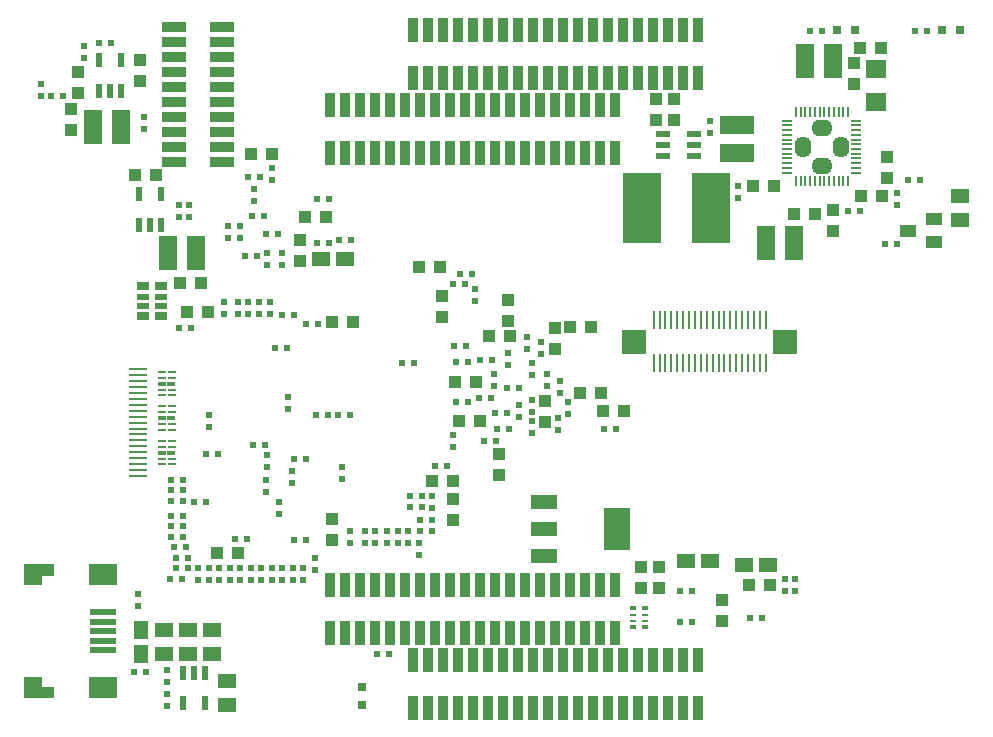
<source format=gbr>
%TF.GenerationSoftware,KiCad,Pcbnew,5.1.6-c6e7f7d~87~ubuntu18.04.1*%
%TF.CreationDate,2021-10-07T16:54:21+03:00*%
%TF.ProjectId,STMP157-OLinuXino-LIME2_Rev_B1,53544d50-3135-4372-9d4f-4c696e755869,B1*%
%TF.SameCoordinates,Original*%
%TF.FileFunction,Paste,Top*%
%TF.FilePolarity,Positive*%
%FSLAX46Y46*%
G04 Gerber Fmt 4.6, Leading zero omitted, Abs format (unit mm)*
G04 Created by KiCad (PCBNEW 5.1.6-c6e7f7d~87~ubuntu18.04.1) date 2021-10-07 16:54:21*
%MOMM*%
%LPD*%
G01*
G04 APERTURE LIST*
%ADD10C,0.100000*%
%ADD11R,0.230000X1.600000*%
%ADD12R,2.000000X2.000000*%
%ADD13R,2.000000X0.900000*%
%ADD14R,0.900000X2.000000*%
%ADD15O,1.800000X1.400000*%
%ADD16O,1.400000X1.800000*%
%ADD17R,0.211000X0.811000*%
%ADD18R,0.811000X0.211000*%
%ADD19R,0.500000X0.550000*%
%ADD20R,1.524000X1.270000*%
%ADD21R,0.550000X0.500000*%
%ADD22R,1.016000X1.016000*%
%ADD23R,0.550000X1.200000*%
%ADD24R,2.250000X0.500000*%
%ADD25R,1.580000X0.230000*%
%ADD26R,0.800000X0.800000*%
%ADD27R,3.200000X6.000000*%
%ADD28R,1.600000X3.000000*%
%ADD29R,1.270000X1.524000*%
%ADD30R,1.016000X0.762000*%
%ADD31R,1.016000X0.508000*%
%ADD32R,0.605000X0.305000*%
%ADD33R,0.605000X0.230000*%
%ADD34R,0.675000X0.200000*%
%ADD35R,0.775000X0.300000*%
%ADD36R,1.200000X0.550000*%
%ADD37R,2.235200X1.219200*%
%ADD38R,2.200000X3.600000*%
%ADD39R,3.000000X1.600000*%
%ADD40R,1.400000X1.000000*%
%ADD41R,1.778000X1.524000*%
G04 APERTURE END LIST*
D10*
%TO.C,USB-OTG1*%
G36*
X104208000Y-88280000D02*
G01*
X103198000Y-88280000D01*
X103198000Y-89280000D01*
X104208000Y-89280000D01*
X104208000Y-88280000D01*
G37*
G36*
X103198000Y-88280000D02*
G01*
X101728000Y-88280000D01*
X101728000Y-90110000D01*
X103198000Y-90110000D01*
X103198000Y-88280000D01*
G37*
G36*
X109548000Y-88280000D02*
G01*
X107198000Y-88280000D01*
X107198000Y-90080000D01*
X109548000Y-90080000D01*
X109548000Y-88280000D01*
G37*
G36*
X109548000Y-97880000D02*
G01*
X107198000Y-97880000D01*
X107198000Y-99680000D01*
X109548000Y-99680000D01*
X109548000Y-97880000D01*
G37*
G36*
X104208000Y-98680000D02*
G01*
X103198000Y-98680000D01*
X103198000Y-99680000D01*
X104208000Y-99680000D01*
X104208000Y-98680000D01*
G37*
G36*
X103198000Y-97850000D02*
G01*
X101728000Y-97850000D01*
X101728000Y-99680000D01*
X103198000Y-99680000D01*
X103198000Y-97850000D01*
G37*
%TD*%
D11*
%TO.C,Flash_Con1*%
X155016000Y-71269000D03*
X161016000Y-71269000D03*
X162516000Y-67669000D03*
X161016000Y-67669000D03*
X160016000Y-67669000D03*
X160516000Y-71269000D03*
X162016000Y-67669000D03*
X159016000Y-67669000D03*
X157016000Y-71269000D03*
X155516000Y-71269000D03*
X156016000Y-71269000D03*
X164016000Y-67669000D03*
X159016000Y-71269000D03*
X156516000Y-71269000D03*
X156016000Y-67669000D03*
X162016000Y-71269000D03*
X163516000Y-67669000D03*
X164516000Y-71269000D03*
X163516000Y-71269000D03*
X157516000Y-71269000D03*
X158516000Y-71269000D03*
X157516000Y-67669000D03*
X159516000Y-67669000D03*
X163016000Y-67669000D03*
X158016000Y-71269000D03*
X161516000Y-67669000D03*
X164016000Y-71269000D03*
X163016000Y-71269000D03*
X162516000Y-71269000D03*
X157016000Y-67669000D03*
X155016000Y-67669000D03*
X159516000Y-71269000D03*
X160516000Y-67669000D03*
X161516000Y-71269000D03*
X164516000Y-67669000D03*
X158016000Y-67669000D03*
X156516000Y-67669000D03*
X155516000Y-67669000D03*
X158516000Y-67669000D03*
X160016000Y-71269000D03*
D12*
X166166000Y-69469000D03*
X153366000Y-69469000D03*
%TD*%
D13*
%TO.C,GPIO4*%
X118491000Y-54229000D03*
X114427000Y-54229000D03*
X118491000Y-52959000D03*
X114427000Y-52959000D03*
X118491000Y-51689000D03*
X114427000Y-51689000D03*
X118491000Y-50419000D03*
X114427000Y-50419000D03*
X118491000Y-49149000D03*
X114427000Y-49149000D03*
X118491000Y-47879000D03*
X114427000Y-47879000D03*
X118491000Y-46609000D03*
X114427000Y-46609000D03*
X118491000Y-45339000D03*
X114427000Y-45339000D03*
X118491000Y-44069000D03*
X114427000Y-44069000D03*
X118491000Y-42799000D03*
X114427000Y-42799000D03*
%TD*%
D14*
%TO.C,GPIO-1*%
X139065000Y-49403000D03*
X139065000Y-53467000D03*
X137795000Y-49403000D03*
X137795000Y-53467000D03*
X136525000Y-49403000D03*
X136525000Y-53467000D03*
X135255000Y-49403000D03*
X135255000Y-53467000D03*
X133985000Y-49403000D03*
X133985000Y-53467000D03*
X132715000Y-49403000D03*
X132715000Y-53467000D03*
X131445000Y-49403000D03*
X131445000Y-53467000D03*
X130175000Y-49403000D03*
X130175000Y-53467000D03*
X128905000Y-49403000D03*
X128905000Y-53467000D03*
X127635000Y-49403000D03*
X127635000Y-53467000D03*
X140335000Y-53467000D03*
X140335000Y-49403000D03*
X141605000Y-53467000D03*
X141605000Y-49403000D03*
X142875000Y-53467000D03*
X142875000Y-49403000D03*
X144145000Y-53467000D03*
X144145000Y-49403000D03*
X145415000Y-53467000D03*
X145415000Y-49403000D03*
X146685000Y-53467000D03*
X146685000Y-49403000D03*
X147955000Y-53467000D03*
X147955000Y-49403000D03*
X149225000Y-53467000D03*
X149225000Y-49403000D03*
X150495000Y-53467000D03*
X150495000Y-49403000D03*
X151765000Y-53467000D03*
X151765000Y-49403000D03*
%TD*%
%TO.C,GPIO-2*%
X151765000Y-90043000D03*
X151765000Y-94107000D03*
X150495000Y-90043000D03*
X150495000Y-94107000D03*
X149225000Y-90043000D03*
X149225000Y-94107000D03*
X147955000Y-90043000D03*
X147955000Y-94107000D03*
X146685000Y-90043000D03*
X146685000Y-94107000D03*
X145415000Y-90043000D03*
X145415000Y-94107000D03*
X144145000Y-90043000D03*
X144145000Y-94107000D03*
X142875000Y-90043000D03*
X142875000Y-94107000D03*
X141605000Y-90043000D03*
X141605000Y-94107000D03*
X140335000Y-90043000D03*
X140335000Y-94107000D03*
X127635000Y-94107000D03*
X127635000Y-90043000D03*
X128905000Y-94107000D03*
X128905000Y-90043000D03*
X130175000Y-94107000D03*
X130175000Y-90043000D03*
X131445000Y-94107000D03*
X131445000Y-90043000D03*
X132715000Y-94107000D03*
X132715000Y-90043000D03*
X133985000Y-94107000D03*
X133985000Y-90043000D03*
X135255000Y-94107000D03*
X135255000Y-90043000D03*
X136525000Y-94107000D03*
X136525000Y-90043000D03*
X137795000Y-94107000D03*
X137795000Y-90043000D03*
X139065000Y-94107000D03*
X139065000Y-90043000D03*
%TD*%
D15*
%TO.C,U18*%
X169269000Y-54559000D03*
X169269000Y-51359000D03*
D16*
X170869000Y-52959000D03*
X167669000Y-52959000D03*
D17*
X167069000Y-50039000D03*
X167469000Y-50039000D03*
X167869000Y-50039000D03*
X168269000Y-50039000D03*
X168669000Y-50039000D03*
X169069000Y-50039000D03*
X169469000Y-50039000D03*
X169869000Y-50039000D03*
X170269000Y-50039000D03*
X170669000Y-50039000D03*
X171069000Y-50039000D03*
X171469000Y-50039000D03*
D18*
X172189000Y-50759000D03*
X172189000Y-51159000D03*
X172189000Y-51559000D03*
X172189000Y-51959000D03*
X172189000Y-52359000D03*
X172189000Y-52759000D03*
X172189000Y-53159000D03*
X172189000Y-53559000D03*
X172189000Y-53959000D03*
X172189000Y-54359000D03*
X172189000Y-54759000D03*
X172189000Y-55159000D03*
D17*
X171469000Y-55879000D03*
X171069000Y-55879000D03*
X170669000Y-55879000D03*
X170269000Y-55879000D03*
X169869000Y-55879000D03*
X169469000Y-55879000D03*
X169069000Y-55879000D03*
X168669000Y-55879000D03*
X168269000Y-55879000D03*
X167869000Y-55879000D03*
X167469000Y-55879000D03*
X167069000Y-55879000D03*
D18*
X166349000Y-55159000D03*
X166349000Y-54759000D03*
X166349000Y-54359000D03*
X166349000Y-53959000D03*
X166349000Y-53559000D03*
X166349000Y-53159000D03*
X166349000Y-52759000D03*
X166349000Y-52359000D03*
X166349000Y-51959000D03*
X166349000Y-51559000D03*
X166349000Y-51159000D03*
X166349000Y-50759000D03*
%TD*%
D19*
%TO.C,R130*%
X112014000Y-97409000D03*
X110998000Y-97409000D03*
%TD*%
D20*
%TO.C,L7*%
X126873000Y-62484000D03*
X128905000Y-62484000D03*
%TD*%
D21*
%TO.C,C13*%
X133350000Y-85471000D03*
X133350000Y-86487000D03*
%TD*%
D22*
%TO.C,C90*%
X156718000Y-50673000D03*
X156718000Y-48895000D03*
%TD*%
D23*
%TO.C,U12*%
X115128000Y-100106000D03*
X117028000Y-100106000D03*
X115128000Y-97506000D03*
X116078000Y-97506000D03*
X117028000Y-97506000D03*
%TD*%
D24*
%TO.C,USB-OTG1*%
X108370000Y-92380000D03*
X108370000Y-93180000D03*
X108370000Y-93980000D03*
X108370000Y-94780000D03*
X108370000Y-95580000D03*
%TD*%
D21*
%TO.C,R18*%
X117348000Y-89662000D03*
X117348000Y-88646000D03*
%TD*%
%TO.C,C75*%
X122301000Y-61976000D03*
X122301000Y-62992000D03*
%TD*%
D19*
%TO.C,C78*%
X120650000Y-55499000D03*
X121666000Y-55499000D03*
%TD*%
D22*
%TO.C,C79*%
X125476000Y-58928000D03*
X127254000Y-58928000D03*
%TD*%
D21*
%TO.C,C80*%
X122682000Y-55753000D03*
X122682000Y-54737000D03*
%TD*%
D19*
%TO.C,C82*%
X122174000Y-60325000D03*
X123190000Y-60325000D03*
%TD*%
D21*
%TO.C,C83*%
X121158000Y-56515000D03*
X121158000Y-57531000D03*
%TD*%
D19*
%TO.C,C84*%
X121031000Y-58801000D03*
X122047000Y-58801000D03*
%TD*%
%TO.C,C85*%
X118999000Y-60706000D03*
X120015000Y-60706000D03*
%TD*%
%TO.C,R87*%
X120015000Y-59690000D03*
X118999000Y-59690000D03*
%TD*%
D20*
%TO.C,C87*%
X180975000Y-59182000D03*
X180975000Y-57150000D03*
%TD*%
D25*
%TO.C,HDMI1*%
X111341000Y-71827000D03*
X111341000Y-72327000D03*
X111341000Y-72827000D03*
X111341000Y-73327000D03*
X111341000Y-73827000D03*
X111341000Y-74327000D03*
X111341000Y-74827000D03*
X111341000Y-75327000D03*
X111341000Y-75827000D03*
X111341000Y-76327000D03*
X111341000Y-76827000D03*
X111341000Y-77327000D03*
X111341000Y-77827000D03*
X111341000Y-78327000D03*
X111341000Y-78827000D03*
X111341000Y-79327000D03*
X111341000Y-79827000D03*
X111341000Y-80327000D03*
X111341000Y-80827000D03*
%TD*%
D22*
%TO.C,C1*%
X138049000Y-84582000D03*
X138049000Y-82804000D03*
%TD*%
%TO.C,C2*%
X137989000Y-81300000D03*
X136211000Y-81300000D03*
%TD*%
D19*
%TO.C,C3*%
X138292000Y-71200000D03*
X139308000Y-71200000D03*
%TD*%
D22*
%TO.C,C4*%
X138211000Y-72900000D03*
X139989000Y-72900000D03*
%TD*%
D21*
%TO.C,C5*%
X138000000Y-78408000D03*
X138000000Y-77392000D03*
%TD*%
D22*
%TO.C,C6*%
X137100000Y-67399000D03*
X137100000Y-65621000D03*
%TD*%
D19*
%TO.C,C7*%
X139108000Y-69800000D03*
X138092000Y-69800000D03*
%TD*%
%TO.C,C8*%
X137558000Y-80000000D03*
X136542000Y-80000000D03*
%TD*%
%TO.C,C9*%
X135255000Y-84582000D03*
X136271000Y-84582000D03*
%TD*%
D21*
%TO.C,C10*%
X136271000Y-82550000D03*
X136271000Y-83566000D03*
%TD*%
D19*
%TO.C,C11*%
X134366000Y-82550000D03*
X135382000Y-82550000D03*
%TD*%
D21*
%TO.C,C12*%
X130556000Y-86487000D03*
X130556000Y-85471000D03*
%TD*%
%TO.C,C14*%
X119800000Y-67108000D03*
X119800000Y-66092000D03*
%TD*%
%TO.C,C15*%
X118600000Y-67108000D03*
X118600000Y-66092000D03*
%TD*%
D19*
%TO.C,C16*%
X124608000Y-67200000D03*
X123592000Y-67200000D03*
%TD*%
%TO.C,C17*%
X124008000Y-69977000D03*
X122992000Y-69977000D03*
%TD*%
%TO.C,C18*%
X127408000Y-75700000D03*
X126392000Y-75700000D03*
%TD*%
D21*
%TO.C,C19*%
X117400000Y-75692000D03*
X117400000Y-76708000D03*
%TD*%
D19*
%TO.C,C20*%
X128292000Y-75700000D03*
X129308000Y-75700000D03*
%TD*%
D21*
%TO.C,C21*%
X124100000Y-75208000D03*
X124100000Y-74192000D03*
%TD*%
D19*
%TO.C,C22*%
X126608000Y-68000000D03*
X125592000Y-68000000D03*
%TD*%
D22*
%TO.C,C23*%
X117289000Y-67000000D03*
X115511000Y-67000000D03*
%TD*%
%TO.C,C24*%
X129589000Y-67800000D03*
X127811000Y-67800000D03*
%TD*%
D21*
%TO.C,C25*%
X126365000Y-88773000D03*
X126365000Y-87757000D03*
%TD*%
D19*
%TO.C,C26*%
X117092000Y-79000000D03*
X118108000Y-79000000D03*
%TD*%
%TO.C,C27*%
X124592000Y-86300000D03*
X125608000Y-86300000D03*
%TD*%
D21*
%TO.C,C28*%
X129300000Y-86508000D03*
X129300000Y-85492000D03*
%TD*%
%TO.C,C29*%
X122200000Y-82208000D03*
X122200000Y-81192000D03*
%TD*%
D19*
%TO.C,C30*%
X119592000Y-86200000D03*
X120608000Y-86200000D03*
%TD*%
%TO.C,C31*%
X125608000Y-79375000D03*
X124592000Y-79375000D03*
%TD*%
D21*
%TO.C,C32*%
X124400000Y-80392000D03*
X124400000Y-81408000D03*
%TD*%
%TO.C,C33*%
X128600000Y-81108000D03*
X128600000Y-80092000D03*
%TD*%
D22*
%TO.C,C34*%
X119789000Y-87376000D03*
X118011000Y-87376000D03*
%TD*%
%TO.C,C35*%
X127800000Y-86289000D03*
X127800000Y-84511000D03*
%TD*%
D19*
%TO.C,C36*%
X115189000Y-85979000D03*
X114173000Y-85979000D03*
%TD*%
%TO.C,C37*%
X115062000Y-89535000D03*
X114046000Y-89535000D03*
%TD*%
D21*
%TO.C,C38*%
X119126000Y-89662000D03*
X119126000Y-88646000D03*
%TD*%
%TO.C,C39*%
X125349000Y-89662000D03*
X125349000Y-88646000D03*
%TD*%
D19*
%TO.C,C41*%
X151808000Y-76900000D03*
X150792000Y-76900000D03*
%TD*%
D22*
%TO.C,C47*%
X155448000Y-90297000D03*
X155448000Y-88519000D03*
%TD*%
%TO.C,C52*%
X164846000Y-90043000D03*
X163068000Y-90043000D03*
%TD*%
D19*
%TO.C,C55*%
X164211000Y-92837000D03*
X163195000Y-92837000D03*
%TD*%
%TO.C,C56*%
X158242000Y-93218000D03*
X157226000Y-93218000D03*
%TD*%
%TO.C,C57*%
X158242000Y-90551000D03*
X157226000Y-90551000D03*
%TD*%
D22*
%TO.C,C64*%
X160782000Y-91313000D03*
X160782000Y-93091000D03*
%TD*%
D21*
%TO.C,C69*%
X166116000Y-90551000D03*
X166116000Y-89535000D03*
%TD*%
%TO.C,C70*%
X167005000Y-89535000D03*
X167005000Y-90551000D03*
%TD*%
D22*
%TO.C,C72*%
X125095000Y-62611000D03*
X125095000Y-60833000D03*
%TD*%
D19*
%TO.C,C73*%
X121412000Y-62230000D03*
X120396000Y-62230000D03*
%TD*%
D21*
%TO.C,C74*%
X123571000Y-61976000D03*
X123571000Y-62992000D03*
%TD*%
D22*
%TO.C,C76*%
X122682000Y-53594000D03*
X120904000Y-53594000D03*
%TD*%
D19*
%TO.C,C77*%
X126492000Y-61087000D03*
X127508000Y-61087000D03*
%TD*%
%TO.C,C81*%
X127508000Y-57404000D03*
X126492000Y-57404000D03*
%TD*%
D22*
%TO.C,C86*%
X170180000Y-60071000D03*
X170180000Y-58293000D03*
%TD*%
%TO.C,C91*%
X155194000Y-48895000D03*
X155194000Y-50673000D03*
%TD*%
%TO.C,C95*%
X172593000Y-57150000D03*
X174371000Y-57150000D03*
%TD*%
%TO.C,C101*%
X106299000Y-48387000D03*
X106299000Y-46609000D03*
%TD*%
%TO.C,C102*%
X116713000Y-64516000D03*
X114935000Y-64516000D03*
%TD*%
%TO.C,C103*%
X105664000Y-51562000D03*
X105664000Y-49784000D03*
%TD*%
%TO.C,C106*%
X172466000Y-44577000D03*
X174244000Y-44577000D03*
%TD*%
%TO.C,C108*%
X174752000Y-55626000D03*
X174752000Y-53848000D03*
%TD*%
%TO.C,C109*%
X165227000Y-56261000D03*
X163449000Y-56261000D03*
%TD*%
%TO.C,C112*%
X171958000Y-45847000D03*
X171958000Y-47625000D03*
%TD*%
%TO.C,C135*%
X142700000Y-67739000D03*
X142700000Y-65961000D03*
%TD*%
%TO.C,C137*%
X138511000Y-76200000D03*
X140289000Y-76200000D03*
%TD*%
%TO.C,C138*%
X141111000Y-69000000D03*
X142889000Y-69000000D03*
%TD*%
%TO.C,C139*%
X146700000Y-70089000D03*
X146700000Y-68311000D03*
%TD*%
D21*
%TO.C,C140*%
X145500000Y-69492000D03*
X145500000Y-70508000D03*
%TD*%
%TO.C,C141*%
X141500000Y-73208000D03*
X141500000Y-72192000D03*
%TD*%
D19*
%TO.C,C142*%
X142592000Y-73400000D03*
X143608000Y-73400000D03*
%TD*%
%TO.C,C143*%
X141208000Y-74200000D03*
X140192000Y-74200000D03*
%TD*%
%TO.C,C144*%
X142608000Y-75500000D03*
X141592000Y-75500000D03*
%TD*%
%TO.C,C145*%
X140292000Y-71000000D03*
X141308000Y-71000000D03*
%TD*%
D21*
%TO.C,C146*%
X144700000Y-72308000D03*
X144700000Y-71292000D03*
%TD*%
D22*
%TO.C,C147*%
X149689000Y-68200000D03*
X147911000Y-68200000D03*
%TD*%
%TO.C,C148*%
X141900000Y-79011000D03*
X141900000Y-80789000D03*
%TD*%
%TO.C,C149*%
X150589000Y-73800000D03*
X148811000Y-73800000D03*
%TD*%
%TO.C,C150*%
X145850000Y-74511000D03*
X145850000Y-76289000D03*
%TD*%
D21*
%TO.C,C151*%
X143600000Y-75808000D03*
X143600000Y-74792000D03*
%TD*%
D19*
%TO.C,C152*%
X142808000Y-76900000D03*
X141792000Y-76900000D03*
%TD*%
D21*
%TO.C,C153*%
X144700000Y-77208000D03*
X144700000Y-76192000D03*
%TD*%
D19*
%TO.C,C154*%
X140692000Y-77900000D03*
X141708000Y-77900000D03*
%TD*%
D21*
%TO.C,C155*%
X144700000Y-75408000D03*
X144700000Y-74392000D03*
%TD*%
%TO.C,C156*%
X147800000Y-75608000D03*
X147800000Y-74592000D03*
%TD*%
D22*
%TO.C,C157*%
X150749000Y-75311000D03*
X152527000Y-75311000D03*
%TD*%
D21*
%TO.C,C158*%
X146900000Y-76908000D03*
X146900000Y-75892000D03*
%TD*%
%TO.C,C159*%
X147100000Y-72792000D03*
X147100000Y-73808000D03*
%TD*%
D19*
%TO.C,C160*%
X139016000Y-64600000D03*
X138000000Y-64600000D03*
%TD*%
D21*
%TO.C,C161*%
X146000000Y-73208000D03*
X146000000Y-72192000D03*
%TD*%
D19*
%TO.C,C162*%
X139608000Y-63700000D03*
X138592000Y-63700000D03*
%TD*%
D21*
%TO.C,C165*%
X139900000Y-64992000D03*
X139900000Y-66008000D03*
%TD*%
D22*
%TO.C,C166*%
X136906000Y-63119000D03*
X135128000Y-63119000D03*
%TD*%
D20*
%TO.C,C168*%
X118872000Y-100203000D03*
X118872000Y-98171000D03*
%TD*%
%TO.C,C172*%
X117602000Y-93853000D03*
X117602000Y-95885000D03*
%TD*%
%TO.C,C174*%
X115570000Y-93853000D03*
X115570000Y-95885000D03*
%TD*%
%TO.C,C178*%
X113538000Y-95885000D03*
X113538000Y-93853000D03*
%TD*%
D21*
%TO.C,C181*%
X111379000Y-90805000D03*
X111379000Y-91821000D03*
%TD*%
D26*
%TO.C,CHGLED1*%
X172085000Y-43053000D03*
X170561000Y-43053000D03*
%TD*%
D14*
%TO.C,GPIO-3*%
X146050000Y-96393000D03*
X146050000Y-100457000D03*
X144780000Y-96393000D03*
X144780000Y-100457000D03*
X143510000Y-96393000D03*
X143510000Y-100457000D03*
X142240000Y-96393000D03*
X142240000Y-100457000D03*
X140970000Y-96393000D03*
X140970000Y-100457000D03*
X139700000Y-96393000D03*
X139700000Y-100457000D03*
X138430000Y-96393000D03*
X138430000Y-100457000D03*
X137160000Y-96393000D03*
X137160000Y-100457000D03*
X135890000Y-96393000D03*
X135890000Y-100457000D03*
X134620000Y-96393000D03*
X134620000Y-100457000D03*
X147320000Y-100457000D03*
X147320000Y-96393000D03*
X148590000Y-100457000D03*
X148590000Y-96393000D03*
X149860000Y-100457000D03*
X149860000Y-96393000D03*
X151130000Y-100457000D03*
X151130000Y-96393000D03*
X152400000Y-100457000D03*
X152400000Y-96393000D03*
X153670000Y-100457000D03*
X153670000Y-96393000D03*
X154940000Y-100457000D03*
X154940000Y-96393000D03*
X156210000Y-100457000D03*
X156210000Y-96393000D03*
X157480000Y-100457000D03*
X157480000Y-96393000D03*
X158750000Y-100457000D03*
X158750000Y-96393000D03*
%TD*%
D20*
%TO.C,L2*%
X164719000Y-88392000D03*
X162687000Y-88392000D03*
%TD*%
%TO.C,L3*%
X159766000Y-88011000D03*
X157734000Y-88011000D03*
%TD*%
D27*
%TO.C,L8*%
X154072000Y-58166000D03*
X159872000Y-58166000D03*
%TD*%
D28*
%TO.C,L10*%
X109912000Y-51308000D03*
X107512000Y-51308000D03*
%TD*%
D29*
%TO.C,L14*%
X111633000Y-93853000D03*
X111633000Y-95885000D03*
%TD*%
D14*
%TO.C,LCD_CON1*%
X158750000Y-43053000D03*
X158750000Y-47117000D03*
X157480000Y-43053000D03*
X157480000Y-47117000D03*
X156210000Y-43053000D03*
X156210000Y-47117000D03*
X154940000Y-43053000D03*
X154940000Y-47117000D03*
X153670000Y-43053000D03*
X153670000Y-47117000D03*
X152400000Y-43053000D03*
X152400000Y-47117000D03*
X151130000Y-43053000D03*
X151130000Y-47117000D03*
X149860000Y-43053000D03*
X149860000Y-47117000D03*
X148590000Y-43053000D03*
X148590000Y-47117000D03*
X147320000Y-43053000D03*
X147320000Y-47117000D03*
X134620000Y-47117000D03*
X134620000Y-43053000D03*
X135890000Y-47117000D03*
X135890000Y-43053000D03*
X137160000Y-47117000D03*
X137160000Y-43053000D03*
X138430000Y-47117000D03*
X138430000Y-43053000D03*
X139700000Y-47117000D03*
X139700000Y-43053000D03*
X140970000Y-47117000D03*
X140970000Y-43053000D03*
X142240000Y-47117000D03*
X142240000Y-43053000D03*
X143510000Y-47117000D03*
X143510000Y-43053000D03*
X144780000Y-47117000D03*
X144780000Y-43053000D03*
X146050000Y-47117000D03*
X146050000Y-43053000D03*
%TD*%
D26*
%TO.C,PWRLED1*%
X179451000Y-43053000D03*
X180975000Y-43053000D03*
%TD*%
D19*
%TO.C,R1*%
X135255000Y-85471000D03*
X136271000Y-85471000D03*
%TD*%
%TO.C,R4*%
X134747000Y-71247000D03*
X133731000Y-71247000D03*
%TD*%
%TO.C,R5*%
X135382000Y-83439000D03*
X134366000Y-83439000D03*
%TD*%
D21*
%TO.C,R6*%
X131445000Y-86487000D03*
X131445000Y-85471000D03*
%TD*%
%TO.C,R7*%
X132461000Y-85471000D03*
X132461000Y-86487000D03*
%TD*%
%TO.C,R8*%
X121600000Y-67100000D03*
X121600000Y-66084000D03*
%TD*%
%TO.C,R9*%
X120700000Y-66092000D03*
X120700000Y-67108000D03*
%TD*%
D19*
%TO.C,R10*%
X114808000Y-68326000D03*
X115824000Y-68326000D03*
%TD*%
D21*
%TO.C,R11*%
X123317000Y-84074000D03*
X123317000Y-83058000D03*
%TD*%
%TO.C,R12*%
X134239000Y-85471000D03*
X134239000Y-86487000D03*
%TD*%
%TO.C,R13*%
X122300000Y-79092000D03*
X122300000Y-80108000D03*
%TD*%
D19*
%TO.C,R14*%
X122108000Y-78200000D03*
X121092000Y-78200000D03*
%TD*%
%TO.C,R16*%
X115189000Y-85090000D03*
X114173000Y-85090000D03*
%TD*%
%TO.C,R17*%
X115443000Y-86868000D03*
X114427000Y-86868000D03*
%TD*%
D21*
%TO.C,R20*%
X118237000Y-88646000D03*
X118237000Y-89662000D03*
%TD*%
D19*
%TO.C,R21*%
X115189000Y-81153000D03*
X114173000Y-81153000D03*
%TD*%
D21*
%TO.C,R22*%
X116459000Y-89662000D03*
X116459000Y-88646000D03*
%TD*%
D19*
%TO.C,R23*%
X115189000Y-82042000D03*
X114173000Y-82042000D03*
%TD*%
%TO.C,R24*%
X114554000Y-88646000D03*
X115570000Y-88646000D03*
%TD*%
%TO.C,R26*%
X114173000Y-84201000D03*
X115189000Y-84201000D03*
%TD*%
%TO.C,R28*%
X114554000Y-87757000D03*
X115570000Y-87757000D03*
%TD*%
%TO.C,R29*%
X115189000Y-82931000D03*
X114173000Y-82931000D03*
%TD*%
D21*
%TO.C,R34*%
X120015000Y-89662000D03*
X120015000Y-88646000D03*
%TD*%
%TO.C,R35*%
X120904000Y-88646000D03*
X120904000Y-89662000D03*
%TD*%
%TO.C,R36*%
X121793000Y-89662000D03*
X121793000Y-88646000D03*
%TD*%
%TO.C,R37*%
X123571000Y-89662000D03*
X123571000Y-88646000D03*
%TD*%
%TO.C,R38*%
X124460000Y-88646000D03*
X124460000Y-89662000D03*
%TD*%
%TO.C,R39*%
X122682000Y-89662000D03*
X122682000Y-88646000D03*
%TD*%
%TO.C,R44*%
X175641000Y-56896000D03*
X175641000Y-57912000D03*
%TD*%
%TO.C,R47*%
X135128000Y-87503000D03*
X135128000Y-86487000D03*
%TD*%
D19*
%TO.C,R52*%
X169291000Y-43180000D03*
X168275000Y-43180000D03*
%TD*%
D22*
%TO.C,R57*%
X153924000Y-90297000D03*
X153924000Y-88519000D03*
%TD*%
D19*
%TO.C,R89*%
X129413000Y-60833000D03*
X128397000Y-60833000D03*
%TD*%
D21*
%TO.C,R97*%
X162179000Y-56261000D03*
X162179000Y-57277000D03*
%TD*%
%TO.C,R98*%
X159766000Y-50800000D03*
X159766000Y-51816000D03*
%TD*%
D19*
%TO.C,R99*%
X171450000Y-58420000D03*
X172466000Y-58420000D03*
%TD*%
%TO.C,R101*%
X177165000Y-43180000D03*
X178181000Y-43180000D03*
%TD*%
D21*
%TO.C,R112*%
X115697000Y-58928000D03*
X115697000Y-57912000D03*
%TD*%
%TO.C,R113*%
X114808000Y-58928000D03*
X114808000Y-57912000D03*
%TD*%
%TO.C,R115*%
X106807000Y-45466000D03*
X106807000Y-44450000D03*
%TD*%
D19*
%TO.C,R116*%
X108077000Y-44196000D03*
X109093000Y-44196000D03*
%TD*%
D21*
%TO.C,R117*%
X113792000Y-99314000D03*
X113792000Y-100330000D03*
%TD*%
%TO.C,R124*%
X113792000Y-98298000D03*
X113792000Y-97282000D03*
%TD*%
D30*
%TO.C,RM1*%
X111760000Y-67310000D03*
X113284000Y-67310000D03*
X111760000Y-64770000D03*
X113284000Y-64770000D03*
D31*
X111760000Y-66421000D03*
X111760000Y-65659000D03*
X113284000Y-66421000D03*
X113284000Y-65659000D03*
%TD*%
D32*
%TO.C,RM2*%
X154309500Y-93627000D03*
X153284500Y-93627000D03*
D33*
X154309500Y-93087000D03*
X153284500Y-93087000D03*
X154309500Y-92587000D03*
X153284500Y-92587000D03*
D32*
X154309500Y-92047000D03*
X153284500Y-92047000D03*
%TD*%
D34*
%TO.C,U5*%
X114229500Y-79867000D03*
X114229500Y-79367000D03*
D35*
X114179500Y-78867000D03*
D34*
X114229500Y-78367000D03*
X114229500Y-77867000D03*
X113354500Y-77867000D03*
X113354500Y-78367000D03*
D35*
X113404500Y-78867000D03*
D34*
X113354500Y-79367000D03*
X113354500Y-79867000D03*
%TD*%
%TO.C,U6*%
X113354500Y-76946000D03*
X113354500Y-76446000D03*
D35*
X113404500Y-75946000D03*
D34*
X113354500Y-75446000D03*
X113354500Y-74946000D03*
X114229500Y-74946000D03*
X114229500Y-75446000D03*
D35*
X114179500Y-75946000D03*
D34*
X114229500Y-76446000D03*
X114229500Y-76946000D03*
%TD*%
%TO.C,U7*%
X113354500Y-74025000D03*
X113354500Y-73525000D03*
D35*
X113404500Y-73025000D03*
D34*
X113354500Y-72525000D03*
X113354500Y-72025000D03*
X114229500Y-72025000D03*
X114229500Y-72525000D03*
D35*
X114179500Y-73025000D03*
D34*
X114229500Y-73525000D03*
X114229500Y-74025000D03*
%TD*%
D36*
%TO.C,U10*%
X155798900Y-53782000D03*
X155798900Y-52832000D03*
X155798900Y-51882000D03*
X158399100Y-51882000D03*
X158399100Y-52832000D03*
X158399100Y-53782000D03*
%TD*%
D37*
%TO.C,VR1*%
X145745200Y-83032600D03*
X145745200Y-85344000D03*
X145745200Y-87655400D03*
D38*
X151943000Y-85344000D03*
%TD*%
D28*
%TO.C,L11*%
X167837000Y-45720000D03*
X170237000Y-45720000D03*
%TD*%
D39*
%TO.C,L12*%
X162052000Y-53524000D03*
X162052000Y-51124000D03*
%TD*%
D19*
%TO.C,C186*%
X138292000Y-74600000D03*
X139308000Y-74600000D03*
%TD*%
D21*
%TO.C,R132*%
X122500000Y-66092000D03*
X122500000Y-67108000D03*
%TD*%
D19*
%TO.C,C190*%
X117094000Y-83058000D03*
X116078000Y-83058000D03*
%TD*%
D22*
%TO.C,C92*%
X111125000Y-55372000D03*
X112903000Y-55372000D03*
%TD*%
%TO.C,C93*%
X111506000Y-45593000D03*
X111506000Y-47371000D03*
%TD*%
D21*
%TO.C,C125*%
X142700000Y-71408000D03*
X142700000Y-70392000D03*
%TD*%
%TO.C,C126*%
X144300000Y-70108000D03*
X144300000Y-69092000D03*
%TD*%
D40*
%TO.C,FET3*%
X178780440Y-61020960D03*
X178780440Y-59118500D03*
X176570640Y-60073540D03*
%TD*%
D28*
%TO.C,L9*%
X113862000Y-61976000D03*
X116262000Y-61976000D03*
%TD*%
D41*
%TO.C,R128*%
X173863000Y-49149000D03*
X173863000Y-46355000D03*
%TD*%
D19*
%TO.C,R137*%
X176530000Y-55753000D03*
X177546000Y-55753000D03*
%TD*%
%TO.C,R138*%
X175641000Y-61214000D03*
X174625000Y-61214000D03*
%TD*%
D23*
%TO.C,U11*%
X113345000Y-56993000D03*
X111445000Y-56993000D03*
X113345000Y-59593000D03*
X112395000Y-59593000D03*
X111445000Y-59593000D03*
%TD*%
%TO.C,U17*%
X109916000Y-45660000D03*
X108016000Y-45660000D03*
X109916000Y-48260000D03*
X108966000Y-48260000D03*
X108016000Y-48260000D03*
%TD*%
D19*
%TO.C,R102*%
X105029000Y-48641000D03*
X104013000Y-48641000D03*
%TD*%
D26*
%TO.C,LED1*%
X130302000Y-98679000D03*
X130302000Y-100203000D03*
%TD*%
D19*
%TO.C,R41*%
X132588000Y-95885000D03*
X131572000Y-95885000D03*
%TD*%
D22*
%TO.C,C44*%
X168656000Y-58674000D03*
X166878000Y-58674000D03*
%TD*%
D28*
%TO.C,L17*%
X164535000Y-61087000D03*
X166935000Y-61087000D03*
%TD*%
D21*
%TO.C,R79*%
X111887000Y-50419000D03*
X111887000Y-51435000D03*
%TD*%
%TO.C,R83*%
X103124000Y-48641000D03*
X103124000Y-47625000D03*
%TD*%
M02*

</source>
